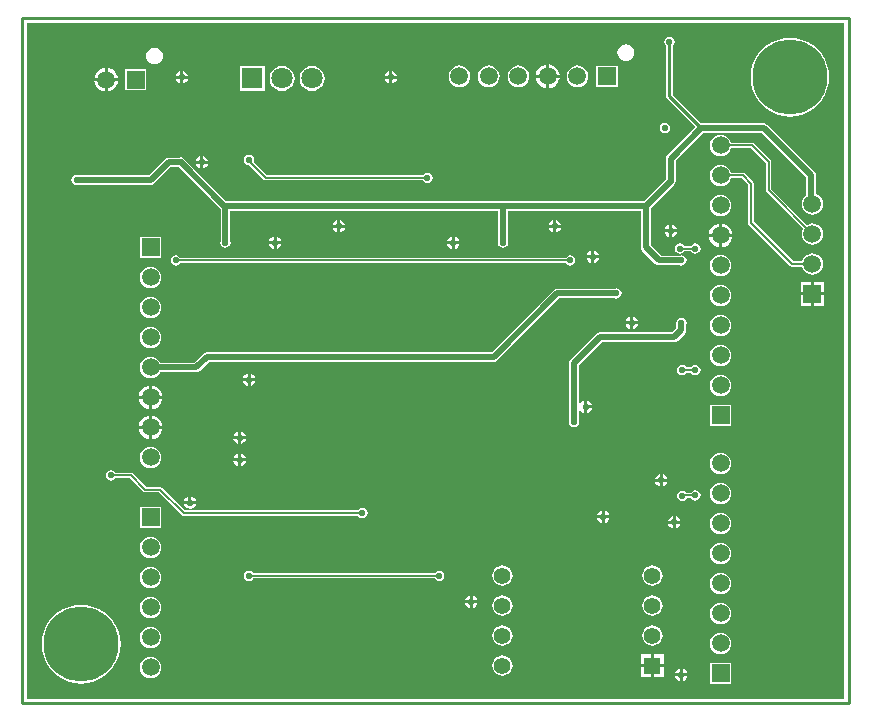
<source format=gbl>
G04*
G04 #@! TF.GenerationSoftware,Altium Limited,Altium Designer,20.1.14 (287)*
G04*
G04 Layer_Physical_Order=2*
G04 Layer_Color=16711680*
%FSLAX25Y25*%
%MOIN*%
G70*
G04*
G04 #@! TF.SameCoordinates,F17826E9-34F6-497C-9B9F-35048D5DD880*
G04*
G04*
G04 #@! TF.FilePolarity,Positive*
G04*
G01*
G75*
%ADD12C,0.01000*%
%ADD16C,0.00600*%
%ADD44C,0.05906*%
%ADD45C,0.01968*%
%ADD46R,0.05906X0.05906*%
%ADD47C,0.07087*%
%ADD48R,0.07087X0.07087*%
%ADD49C,0.25000*%
%ADD50R,0.05512X0.05512*%
%ADD51C,0.05512*%
%ADD52C,0.02200*%
G36*
X274061Y1529D02*
X1529D01*
Y226817D01*
X274061D01*
X274061Y1529D01*
D02*
G37*
%LPC*%
G36*
X201181Y219678D02*
X200459Y219583D01*
X199786Y219305D01*
X199209Y218861D01*
X198766Y218284D01*
X198487Y217611D01*
X198392Y216889D01*
X198487Y216167D01*
X198766Y215494D01*
X199209Y214917D01*
X199786Y214474D01*
X200459Y214195D01*
X201181Y214100D01*
X201903Y214195D01*
X202576Y214474D01*
X203153Y214917D01*
X203597Y215494D01*
X203875Y216167D01*
X203970Y216889D01*
X203875Y217611D01*
X203597Y218284D01*
X203153Y218861D01*
X202576Y219305D01*
X201903Y219583D01*
X201181Y219678D01*
D02*
G37*
G36*
X44094Y218537D02*
X43373Y218442D01*
X42700Y218164D01*
X42122Y217720D01*
X41679Y217143D01*
X41400Y216470D01*
X41305Y215748D01*
X41400Y215026D01*
X41679Y214353D01*
X42122Y213776D01*
X42700Y213333D01*
X43373Y213054D01*
X44094Y212959D01*
X44816Y213054D01*
X45489Y213333D01*
X46067Y213776D01*
X46510Y214353D01*
X46789Y215026D01*
X46884Y215748D01*
X46789Y216470D01*
X46510Y217143D01*
X46067Y217720D01*
X45489Y218164D01*
X44816Y218442D01*
X44094Y218537D01*
D02*
G37*
G36*
X175697Y212936D02*
Y209515D01*
X179118D01*
X179048Y210047D01*
X178650Y211008D01*
X178016Y211834D01*
X177190Y212468D01*
X176229Y212866D01*
X175697Y212936D01*
D02*
G37*
G36*
X174697D02*
X174165Y212866D01*
X173203Y212468D01*
X172378Y211834D01*
X171744Y211008D01*
X171346Y210047D01*
X171276Y209515D01*
X174697D01*
Y212936D01*
D02*
G37*
G36*
X53651Y210703D02*
Y209161D01*
X55192D01*
X55129Y209481D01*
X54665Y210175D01*
X53970Y210640D01*
X53651Y210703D01*
D02*
G37*
G36*
X52651D02*
X52331Y210640D01*
X51637Y210175D01*
X51172Y209481D01*
X51109Y209161D01*
X52651D01*
Y210703D01*
D02*
G37*
G36*
X123333Y210703D02*
Y209161D01*
X124875D01*
X124811Y209481D01*
X124347Y210175D01*
X123653Y210639D01*
X123333Y210703D01*
D02*
G37*
G36*
X122333D02*
X122014Y210639D01*
X121319Y210175D01*
X120855Y209481D01*
X120792Y209161D01*
X122333D01*
Y210703D01*
D02*
G37*
G36*
X28453Y211795D02*
Y208374D01*
X31874D01*
X31804Y208906D01*
X31405Y209868D01*
X30772Y210693D01*
X29946Y211327D01*
X28985Y211725D01*
X28453Y211795D01*
D02*
G37*
G36*
X27453D02*
X26921Y211725D01*
X25959Y211327D01*
X25134Y210693D01*
X24500Y209868D01*
X24102Y208906D01*
X24032Y208374D01*
X27453D01*
Y211795D01*
D02*
G37*
G36*
X55192Y208161D02*
X53651D01*
Y206620D01*
X53970Y206683D01*
X54665Y207147D01*
X55129Y207842D01*
X55192Y208161D01*
D02*
G37*
G36*
X52651D02*
X51109D01*
X51172Y207842D01*
X51637Y207147D01*
X52331Y206683D01*
X52651Y206620D01*
Y208161D01*
D02*
G37*
G36*
X124875Y208161D02*
X123333D01*
Y206619D01*
X123653Y206683D01*
X124347Y207147D01*
X124811Y207842D01*
X124875Y208161D01*
D02*
G37*
G36*
X122333D02*
X120792D01*
X120855Y207842D01*
X121319Y207147D01*
X122014Y206683D01*
X122333Y206619D01*
Y208161D01*
D02*
G37*
G36*
X198435Y212568D02*
X191329D01*
Y205462D01*
X198435D01*
Y212568D01*
D02*
G37*
G36*
X185039Y212598D02*
X184112Y212476D01*
X183248Y212118D01*
X182506Y211549D01*
X181936Y210807D01*
X181578Y209943D01*
X181456Y209015D01*
X181578Y208088D01*
X181936Y207223D01*
X182506Y206481D01*
X183248Y205912D01*
X184112Y205554D01*
X185039Y205432D01*
X185967Y205554D01*
X186831Y205912D01*
X187573Y206481D01*
X188143Y207223D01*
X188501Y208088D01*
X188623Y209015D01*
X188501Y209943D01*
X188143Y210807D01*
X187573Y211549D01*
X186831Y212118D01*
X185967Y212476D01*
X185039Y212598D01*
D02*
G37*
G36*
X165354D02*
X164427Y212476D01*
X163563Y212118D01*
X162820Y211549D01*
X162251Y210807D01*
X161893Y209943D01*
X161771Y209015D01*
X161893Y208088D01*
X162251Y207223D01*
X162820Y206481D01*
X163563Y205912D01*
X164427Y205554D01*
X165354Y205432D01*
X166282Y205554D01*
X167146Y205912D01*
X167888Y206481D01*
X168458Y207223D01*
X168816Y208088D01*
X168938Y209015D01*
X168816Y209943D01*
X168458Y210807D01*
X167888Y211549D01*
X167146Y212118D01*
X166282Y212476D01*
X165354Y212598D01*
D02*
G37*
G36*
X155512D02*
X154584Y212476D01*
X153720Y212118D01*
X152978Y211549D01*
X152409Y210807D01*
X152050Y209943D01*
X151928Y209015D01*
X152050Y208088D01*
X152409Y207223D01*
X152978Y206481D01*
X153720Y205912D01*
X154584Y205554D01*
X155512Y205432D01*
X156439Y205554D01*
X157304Y205912D01*
X158046Y206481D01*
X158615Y207223D01*
X158973Y208088D01*
X159095Y209015D01*
X158973Y209943D01*
X158615Y210807D01*
X158046Y211549D01*
X157304Y212118D01*
X156439Y212476D01*
X155512Y212598D01*
D02*
G37*
G36*
X145669D02*
X144742Y212476D01*
X143878Y212118D01*
X143135Y211549D01*
X142566Y210807D01*
X142208Y209943D01*
X142086Y209015D01*
X142208Y208088D01*
X142566Y207223D01*
X143135Y206481D01*
X143878Y205912D01*
X144742Y205554D01*
X145669Y205432D01*
X146597Y205554D01*
X147461Y205912D01*
X148203Y206481D01*
X148773Y207223D01*
X149131Y208088D01*
X149253Y209015D01*
X149131Y209943D01*
X148773Y210807D01*
X148203Y211549D01*
X147461Y212118D01*
X146597Y212476D01*
X145669Y212598D01*
D02*
G37*
G36*
X174697Y208515D02*
X171276D01*
X171346Y207983D01*
X171744Y207022D01*
X172378Y206196D01*
X173203Y205562D01*
X174165Y205164D01*
X174697Y205094D01*
Y208515D01*
D02*
G37*
G36*
X179118D02*
X175697D01*
Y205094D01*
X176229Y205164D01*
X177190Y205562D01*
X178016Y206196D01*
X178650Y207022D01*
X179048Y207983D01*
X179118Y208515D01*
D02*
G37*
G36*
X41348Y211427D02*
X34242D01*
Y204321D01*
X41348D01*
Y211427D01*
D02*
G37*
G36*
X80757Y212411D02*
X72471D01*
Y204124D01*
X80757D01*
Y212411D01*
D02*
G37*
G36*
X96614Y212447D02*
X95533Y212304D01*
X94525Y211887D01*
X93659Y211223D01*
X92995Y210357D01*
X92577Y209349D01*
X92435Y208268D01*
X92577Y207186D01*
X92995Y206178D01*
X93659Y205313D01*
X94525Y204649D01*
X95533Y204231D01*
X96614Y204089D01*
X97696Y204231D01*
X98704Y204649D01*
X99569Y205313D01*
X100233Y206178D01*
X100651Y207186D01*
X100793Y208268D01*
X100651Y209349D01*
X100233Y210357D01*
X99569Y211223D01*
X98704Y211887D01*
X97696Y212304D01*
X96614Y212447D01*
D02*
G37*
G36*
X86614D02*
X85533Y212304D01*
X84525Y211887D01*
X83659Y211223D01*
X82995Y210357D01*
X82578Y209349D01*
X82435Y208268D01*
X82578Y207186D01*
X82995Y206178D01*
X83659Y205313D01*
X84525Y204649D01*
X85533Y204231D01*
X86614Y204089D01*
X87696Y204231D01*
X88704Y204649D01*
X89569Y205313D01*
X90233Y206178D01*
X90651Y207186D01*
X90793Y208268D01*
X90651Y209349D01*
X90233Y210357D01*
X89569Y211223D01*
X88704Y211887D01*
X87696Y212304D01*
X86614Y212447D01*
D02*
G37*
G36*
X31874Y207374D02*
X28453D01*
Y203953D01*
X28985Y204023D01*
X29946Y204421D01*
X30772Y205055D01*
X31405Y205881D01*
X31804Y206842D01*
X31874Y207374D01*
D02*
G37*
G36*
X27453D02*
X24032D01*
X24102Y206842D01*
X24500Y205881D01*
X25134Y205055D01*
X25959Y204421D01*
X26921Y204023D01*
X27453Y203953D01*
Y207374D01*
D02*
G37*
G36*
X255906Y221802D02*
X253850Y221640D01*
X251845Y221159D01*
X249940Y220370D01*
X248182Y219292D01*
X246614Y217953D01*
X245275Y216385D01*
X244197Y214627D01*
X243408Y212722D01*
X242927Y210717D01*
X242765Y208661D01*
X242927Y206606D01*
X243408Y204601D01*
X244197Y202696D01*
X245275Y200938D01*
X246614Y199370D01*
X248182Y198030D01*
X249940Y196953D01*
X251845Y196164D01*
X253850Y195683D01*
X255906Y195521D01*
X257961Y195683D01*
X259966Y196164D01*
X261871Y196953D01*
X263629Y198030D01*
X265197Y199370D01*
X266536Y200938D01*
X267614Y202696D01*
X268403Y204601D01*
X268884Y206606D01*
X269046Y208661D01*
X268884Y210717D01*
X268403Y212722D01*
X267614Y214627D01*
X266536Y216385D01*
X265197Y217953D01*
X263629Y219292D01*
X261871Y220370D01*
X259966Y221159D01*
X257961Y221640D01*
X255906Y221802D01*
D02*
G37*
G36*
X214173Y193466D02*
X213510Y193334D01*
X212947Y192958D01*
X212572Y192396D01*
X212440Y191733D01*
X212572Y191069D01*
X212947Y190507D01*
X213510Y190131D01*
X214173Y189999D01*
X214836Y190131D01*
X215399Y190507D01*
X215774Y191069D01*
X215906Y191733D01*
X215774Y192396D01*
X215399Y192958D01*
X214836Y193334D01*
X214173Y193466D01*
D02*
G37*
G36*
X60343Y182356D02*
Y180814D01*
X61884D01*
X61821Y181133D01*
X61357Y181828D01*
X60662Y182292D01*
X60343Y182356D01*
D02*
G37*
G36*
X59342D02*
X59023Y182292D01*
X58328Y181828D01*
X57864Y181133D01*
X57801Y180814D01*
X59342D01*
Y182356D01*
D02*
G37*
G36*
X61884Y179814D02*
X60343D01*
Y178272D01*
X60662Y178336D01*
X61357Y178800D01*
X61821Y179495D01*
X61884Y179814D01*
D02*
G37*
G36*
X59342D02*
X57801D01*
X57864Y179495D01*
X58328Y178800D01*
X59023Y178336D01*
X59342Y178272D01*
Y179814D01*
D02*
G37*
G36*
X75590Y182836D02*
X74927Y182704D01*
X74365Y182328D01*
X73989Y181766D01*
X73857Y181102D01*
X73989Y180439D01*
X74365Y179877D01*
X74927Y179501D01*
X75590Y179369D01*
X75625Y179376D01*
X80454Y174547D01*
X80752Y174348D01*
X81103Y174279D01*
X133607D01*
X133813Y173971D01*
X134375Y173595D01*
X135039Y173463D01*
X135702Y173595D01*
X136264Y173971D01*
X136640Y174533D01*
X136772Y175196D01*
X136640Y175859D01*
X136264Y176422D01*
X135702Y176798D01*
X135039Y176929D01*
X134375Y176798D01*
X133813Y176422D01*
X133607Y176114D01*
X81483D01*
X77178Y180419D01*
X77192Y180439D01*
X77324Y181102D01*
X77192Y181766D01*
X76816Y182328D01*
X76254Y182704D01*
X75590Y182836D01*
D02*
G37*
G36*
X215748Y222206D02*
X215085Y222074D01*
X214522Y221698D01*
X214147Y221136D01*
X214015Y220472D01*
X214147Y219809D01*
X214522Y219247D01*
X214627Y219177D01*
Y202362D01*
X214627Y202362D01*
X214712Y201933D01*
X214955Y201569D01*
X224443Y192081D01*
X214999Y182638D01*
X214649Y182114D01*
X214526Y181496D01*
Y174684D01*
X207205Y167363D01*
X129727D01*
X129134Y167481D01*
X128541Y167363D01*
X67991D01*
X54317Y181037D01*
X53981Y181540D01*
X53419Y181916D01*
X52755Y182048D01*
X52092Y181916D01*
X52047Y181885D01*
X48774D01*
X48156Y181762D01*
X47632Y181412D01*
X42244Y176025D01*
X18703D01*
X18110Y176143D01*
X17447Y176011D01*
X16885Y175635D01*
X16509Y175073D01*
X16377Y174409D01*
X16509Y173746D01*
X16885Y173184D01*
X17447Y172808D01*
X18110Y172676D01*
X18703Y172794D01*
X42913D01*
X43532Y172917D01*
X44056Y173267D01*
X49443Y178655D01*
X52131D01*
X66102Y164683D01*
Y154136D01*
X65984Y153543D01*
X66116Y152879D01*
X66492Y152317D01*
X67054Y151941D01*
X67717Y151809D01*
X68380Y151941D01*
X68943Y152317D01*
X69318Y152879D01*
X69450Y153543D01*
X69332Y154136D01*
Y164133D01*
X128541D01*
X129134Y164015D01*
X129727Y164133D01*
X158620D01*
Y154137D01*
X158502Y153544D01*
X158634Y152880D01*
X159010Y152318D01*
X159572Y151942D01*
X160236Y151810D01*
X160899Y151942D01*
X161461Y152318D01*
X161837Y152880D01*
X161969Y153544D01*
X161851Y154137D01*
Y164133D01*
X206259D01*
Y151968D01*
X206382Y151350D01*
X206732Y150826D01*
X211063Y146496D01*
X211587Y146145D01*
X212205Y146022D01*
X219092D01*
X219685Y145905D01*
X220348Y146036D01*
X220911Y146412D01*
X221286Y146975D01*
X221418Y147638D01*
X221286Y148301D01*
X220911Y148863D01*
X220348Y149239D01*
X219685Y149371D01*
X219092Y149253D01*
X212874D01*
X209490Y152637D01*
Y165079D01*
X216864Y172453D01*
X217367Y172790D01*
X217743Y173352D01*
X217875Y174015D01*
X217757Y174608D01*
Y180827D01*
X227047Y190117D01*
X246575D01*
X261377Y175315D01*
Y169393D01*
X260852Y168991D01*
X260282Y168248D01*
X259925Y167384D01*
X259802Y166457D01*
X259925Y165529D01*
X260282Y164665D01*
X260852Y163923D01*
X261594Y163353D01*
X262458Y162995D01*
X263386Y162873D01*
X264313Y162995D01*
X265177Y163353D01*
X265920Y163923D01*
X266489Y164665D01*
X266847Y165529D01*
X266969Y166457D01*
X266847Y167384D01*
X266489Y168248D01*
X265920Y168991D01*
X265177Y169560D01*
X264607Y169796D01*
Y175984D01*
X264485Y176602D01*
X264134Y177126D01*
X248386Y192875D01*
X247862Y193225D01*
X247244Y193348D01*
X226378D01*
X226354Y193343D01*
X216870Y202827D01*
Y219177D01*
X216974Y219247D01*
X217349Y219809D01*
X217481Y220472D01*
X217349Y221136D01*
X216974Y221698D01*
X216411Y222074D01*
X215748Y222206D01*
D02*
G37*
G36*
X232795Y169568D02*
X231868Y169446D01*
X231004Y169088D01*
X230261Y168518D01*
X229692Y167776D01*
X229334Y166912D01*
X229212Y165984D01*
X229334Y165057D01*
X229692Y164193D01*
X230261Y163450D01*
X231004Y162881D01*
X231868Y162523D01*
X232795Y162401D01*
X233723Y162523D01*
X234587Y162881D01*
X235329Y163450D01*
X235899Y164193D01*
X236257Y165057D01*
X236379Y165984D01*
X236257Y166912D01*
X235899Y167776D01*
X235329Y168518D01*
X234587Y169088D01*
X233723Y169446D01*
X232795Y169568D01*
D02*
G37*
G36*
X106011Y161098D02*
Y159556D01*
X107553D01*
X107490Y159876D01*
X107026Y160570D01*
X106331Y161035D01*
X106011Y161098D01*
D02*
G37*
G36*
X105011D02*
X104692Y161035D01*
X103998Y160570D01*
X103533Y159876D01*
X103470Y159556D01*
X105011D01*
Y161098D01*
D02*
G37*
G36*
X178059Y161098D02*
Y159556D01*
X179600D01*
X179537Y159876D01*
X179073Y160570D01*
X178378Y161035D01*
X178059Y161098D01*
D02*
G37*
G36*
X177059D02*
X176739Y161035D01*
X176045Y160570D01*
X175581Y159876D01*
X175517Y159556D01*
X177059D01*
Y161098D01*
D02*
G37*
G36*
X216642Y159523D02*
Y157981D01*
X218183D01*
X218120Y158301D01*
X217656Y158995D01*
X216961Y159459D01*
X216642Y159523D01*
D02*
G37*
G36*
X215642D02*
X215322Y159459D01*
X214628Y158995D01*
X214164Y158301D01*
X214100Y157981D01*
X215642D01*
Y159523D01*
D02*
G37*
G36*
X107553Y158556D02*
X106011D01*
Y157015D01*
X106331Y157078D01*
X107026Y157542D01*
X107490Y158237D01*
X107553Y158556D01*
D02*
G37*
G36*
X105011D02*
X103470D01*
X103533Y158237D01*
X103998Y157542D01*
X104692Y157078D01*
X105011Y157015D01*
Y158556D01*
D02*
G37*
G36*
X179600Y158556D02*
X178059D01*
Y157015D01*
X178378Y157078D01*
X179073Y157542D01*
X179537Y158237D01*
X179600Y158556D01*
D02*
G37*
G36*
X177059D02*
X175517D01*
X175581Y158237D01*
X176045Y157542D01*
X176739Y157078D01*
X177059Y157015D01*
Y158556D01*
D02*
G37*
G36*
X233295Y159905D02*
Y156484D01*
X236716D01*
X236646Y157016D01*
X236248Y157978D01*
X235614Y158803D01*
X234789Y159437D01*
X233827Y159835D01*
X233295Y159905D01*
D02*
G37*
G36*
X232295D02*
X231763Y159835D01*
X230802Y159437D01*
X229976Y158803D01*
X229343Y157978D01*
X228944Y157016D01*
X228874Y156484D01*
X232295D01*
Y159905D01*
D02*
G37*
G36*
X218183Y156981D02*
X216642D01*
Y155440D01*
X216961Y155503D01*
X217656Y155967D01*
X218120Y156662D01*
X218183Y156981D01*
D02*
G37*
G36*
X215642D02*
X214100D01*
X214164Y156662D01*
X214628Y155967D01*
X215322Y155503D01*
X215642Y155440D01*
Y156981D01*
D02*
G37*
G36*
X144202Y155585D02*
Y154043D01*
X145744D01*
X145680Y154363D01*
X145216Y155057D01*
X144521Y155522D01*
X144202Y155585D01*
D02*
G37*
G36*
X143202D02*
X142882Y155522D01*
X142188Y155057D01*
X141724Y154363D01*
X141660Y154043D01*
X143202D01*
Y155585D01*
D02*
G37*
G36*
X84751Y155585D02*
Y154043D01*
X86292D01*
X86229Y154362D01*
X85765Y155057D01*
X85070Y155521D01*
X84751Y155585D01*
D02*
G37*
G36*
X83751D02*
X83431Y155521D01*
X82737Y155057D01*
X82272Y154362D01*
X82209Y154043D01*
X83751D01*
Y155585D01*
D02*
G37*
G36*
X232795Y189568D02*
X231868Y189446D01*
X231004Y189088D01*
X230261Y188518D01*
X229692Y187776D01*
X229334Y186912D01*
X229212Y185984D01*
X229334Y185057D01*
X229692Y184193D01*
X230261Y183450D01*
X231004Y182881D01*
X231868Y182523D01*
X232795Y182401D01*
X233723Y182523D01*
X234587Y182881D01*
X235329Y183450D01*
X235899Y184193D01*
X236257Y185057D01*
X236258Y185067D01*
X242770D01*
X247901Y179935D01*
Y171024D01*
X247971Y170673D01*
X248170Y170375D01*
X260289Y158256D01*
X260282Y158248D01*
X259925Y157384D01*
X259802Y156457D01*
X259925Y155529D01*
X260282Y154665D01*
X260852Y153923D01*
X261594Y153353D01*
X262458Y152995D01*
X263386Y152873D01*
X264313Y152995D01*
X265177Y153353D01*
X265920Y153923D01*
X266489Y154665D01*
X266847Y155529D01*
X266969Y156457D01*
X266847Y157384D01*
X266489Y158248D01*
X265920Y158991D01*
X265177Y159560D01*
X264313Y159918D01*
X263386Y160040D01*
X262458Y159918D01*
X261594Y159560D01*
X261586Y159554D01*
X249736Y171404D01*
Y180315D01*
X249667Y180666D01*
X249468Y180964D01*
X243798Y186633D01*
X243501Y186832D01*
X243150Y186902D01*
X236258D01*
X236257Y186912D01*
X235899Y187776D01*
X235329Y188518D01*
X234587Y189088D01*
X233723Y189446D01*
X232795Y189568D01*
D02*
G37*
G36*
X224410Y153308D02*
X223746Y153176D01*
X223184Y152800D01*
X222978Y152492D01*
X220723D01*
X220517Y152800D01*
X219955Y153176D01*
X219291Y153308D01*
X218628Y153176D01*
X218066Y152800D01*
X217690Y152238D01*
X217558Y151575D01*
X217690Y150911D01*
X218066Y150349D01*
X218628Y149973D01*
X219291Y149841D01*
X219955Y149973D01*
X220517Y150349D01*
X220723Y150657D01*
X222978D01*
X223184Y150349D01*
X223746Y149973D01*
X224410Y149841D01*
X225073Y149973D01*
X225635Y150349D01*
X226011Y150911D01*
X226143Y151575D01*
X226011Y152238D01*
X225635Y152800D01*
X225073Y153176D01*
X224410Y153308D01*
D02*
G37*
G36*
X232295Y155484D02*
X228874D01*
X228944Y154952D01*
X229343Y153991D01*
X229976Y153165D01*
X230802Y152532D01*
X231763Y152133D01*
X232295Y152063D01*
Y155484D01*
D02*
G37*
G36*
X236716D02*
X233295D01*
Y152063D01*
X233827Y152133D01*
X234789Y152532D01*
X235614Y153165D01*
X236248Y153991D01*
X236646Y154952D01*
X236716Y155484D01*
D02*
G37*
G36*
X145744Y153043D02*
X144202D01*
Y151502D01*
X144521Y151565D01*
X145216Y152029D01*
X145680Y152724D01*
X145744Y153043D01*
D02*
G37*
G36*
X143202D02*
X141660D01*
X141724Y152724D01*
X142188Y152029D01*
X142882Y151565D01*
X143202Y151502D01*
Y153043D01*
D02*
G37*
G36*
X86292Y153043D02*
X84751D01*
Y151501D01*
X85070Y151565D01*
X85765Y152029D01*
X86229Y152724D01*
X86292Y153043D01*
D02*
G37*
G36*
X83751D02*
X82209D01*
X82272Y152724D01*
X82737Y152029D01*
X83431Y151565D01*
X83751Y151501D01*
Y153043D01*
D02*
G37*
G36*
X190657Y150861D02*
Y149319D01*
X192199D01*
X192136Y149638D01*
X191672Y150333D01*
X190977Y150797D01*
X190657Y150861D01*
D02*
G37*
G36*
X189657D02*
X189338Y150797D01*
X188644Y150333D01*
X188179Y149638D01*
X188116Y149319D01*
X189657D01*
Y150861D01*
D02*
G37*
G36*
X182677Y149371D02*
X182014Y149239D01*
X181451Y148863D01*
X181246Y148555D01*
X52613D01*
X52407Y148863D01*
X51844Y149239D01*
X51181Y149371D01*
X50518Y149239D01*
X49955Y148863D01*
X49580Y148301D01*
X49448Y147638D01*
X49580Y146975D01*
X49955Y146412D01*
X50518Y146036D01*
X51181Y145905D01*
X51844Y146036D01*
X52407Y146412D01*
X52613Y146720D01*
X181246D01*
X181451Y146412D01*
X182014Y146036D01*
X182677Y145905D01*
X183341Y146036D01*
X183903Y146412D01*
X184279Y146975D01*
X184411Y147638D01*
X184279Y148301D01*
X183903Y148863D01*
X183341Y149239D01*
X182677Y149371D01*
D02*
G37*
G36*
X46348Y155521D02*
X39243D01*
Y148416D01*
X46348D01*
Y155521D01*
D02*
G37*
G36*
X192199Y148319D02*
X190657D01*
Y146777D01*
X190977Y146841D01*
X191672Y147305D01*
X192136Y148000D01*
X192199Y148319D01*
D02*
G37*
G36*
X189657D02*
X188116D01*
X188179Y148000D01*
X188644Y147305D01*
X189338Y146841D01*
X189657Y146777D01*
Y148319D01*
D02*
G37*
G36*
X232795Y179568D02*
X231868Y179446D01*
X231004Y179088D01*
X230261Y178518D01*
X229692Y177776D01*
X229334Y176912D01*
X229212Y175984D01*
X229334Y175057D01*
X229692Y174193D01*
X230261Y173450D01*
X231004Y172881D01*
X231868Y172523D01*
X232795Y172401D01*
X233723Y172523D01*
X234587Y172881D01*
X235329Y173450D01*
X235899Y174193D01*
X236257Y175057D01*
X236258Y175067D01*
X239777D01*
X241996Y172848D01*
Y160236D01*
X242066Y159885D01*
X242265Y159587D01*
X256044Y145808D01*
X256342Y145609D01*
X256693Y145539D01*
X259923D01*
X259925Y145529D01*
X260282Y144665D01*
X260852Y143923D01*
X261594Y143353D01*
X262458Y142995D01*
X263386Y142873D01*
X264313Y142995D01*
X265177Y143353D01*
X265920Y143923D01*
X266489Y144665D01*
X266847Y145529D01*
X266969Y146457D01*
X266847Y147384D01*
X266489Y148248D01*
X265920Y148990D01*
X265177Y149560D01*
X264313Y149918D01*
X263386Y150040D01*
X262458Y149918D01*
X261594Y149560D01*
X260852Y148990D01*
X260282Y148248D01*
X259925Y147384D01*
X259923Y147374D01*
X257073D01*
X243831Y160616D01*
Y173228D01*
X243761Y173580D01*
X243562Y173877D01*
X240806Y176633D01*
X240509Y176832D01*
X240158Y176902D01*
X236258D01*
X236257Y176912D01*
X235899Y177776D01*
X235329Y178518D01*
X234587Y179088D01*
X233723Y179446D01*
X232795Y179568D01*
D02*
G37*
G36*
Y149568D02*
X231868Y149446D01*
X231004Y149088D01*
X230261Y148518D01*
X229692Y147776D01*
X229334Y146912D01*
X229212Y145984D01*
X229334Y145057D01*
X229692Y144193D01*
X230261Y143450D01*
X231004Y142881D01*
X231868Y142523D01*
X232795Y142401D01*
X233723Y142523D01*
X234587Y142881D01*
X235329Y143450D01*
X235899Y144193D01*
X236257Y145057D01*
X236379Y145984D01*
X236257Y146912D01*
X235899Y147776D01*
X235329Y148518D01*
X234587Y149088D01*
X233723Y149446D01*
X232795Y149568D01*
D02*
G37*
G36*
X42795Y145552D02*
X41868Y145430D01*
X41004Y145072D01*
X40261Y144502D01*
X39692Y143760D01*
X39334Y142896D01*
X39212Y141969D01*
X39334Y141041D01*
X39692Y140177D01*
X40261Y139435D01*
X41004Y138865D01*
X41868Y138507D01*
X42795Y138385D01*
X43723Y138507D01*
X44587Y138865D01*
X45329Y139435D01*
X45899Y140177D01*
X46257Y141041D01*
X46379Y141969D01*
X46257Y142896D01*
X45899Y143760D01*
X45329Y144502D01*
X44587Y145072D01*
X43723Y145430D01*
X42795Y145552D01*
D02*
G37*
G36*
X267339Y140409D02*
X263886D01*
Y136957D01*
X267339D01*
Y140409D01*
D02*
G37*
G36*
X262886D02*
X259433D01*
Y136957D01*
X262886D01*
Y140409D01*
D02*
G37*
G36*
X198031Y138347D02*
X197438Y138230D01*
X178347D01*
X177728Y138107D01*
X177204Y137756D01*
X156418Y116970D01*
X149806D01*
X149213Y117088D01*
X148619Y116970D01*
X61417D01*
X60799Y116847D01*
X60275Y116497D01*
X57362Y113584D01*
X45972D01*
X45899Y113760D01*
X45329Y114502D01*
X44587Y115072D01*
X43723Y115430D01*
X42795Y115552D01*
X41868Y115430D01*
X41004Y115072D01*
X40261Y114502D01*
X39692Y113760D01*
X39334Y112896D01*
X39212Y111969D01*
X39334Y111041D01*
X39692Y110177D01*
X40261Y109435D01*
X41004Y108865D01*
X41868Y108507D01*
X42795Y108385D01*
X43723Y108507D01*
X44587Y108865D01*
X45329Y109435D01*
X45899Y110177D01*
X45972Y110353D01*
X58031D01*
X58650Y110476D01*
X59174Y110826D01*
X62086Y113739D01*
X148619D01*
X149213Y113621D01*
X149806Y113739D01*
X157087D01*
X157705Y113862D01*
X158229Y114212D01*
X179016Y134999D01*
X197438D01*
X198031Y134881D01*
X198695Y135013D01*
X199257Y135389D01*
X199633Y135951D01*
X199765Y136614D01*
X199633Y137277D01*
X199257Y137840D01*
X198695Y138215D01*
X198031Y138347D01*
D02*
G37*
G36*
X267339Y135957D02*
X263886D01*
Y132504D01*
X267339D01*
Y135957D01*
D02*
G37*
G36*
X262886D02*
X259433D01*
Y132504D01*
X262886D01*
Y135957D01*
D02*
G37*
G36*
X232795Y139568D02*
X231868Y139446D01*
X231004Y139088D01*
X230261Y138518D01*
X229692Y137776D01*
X229334Y136912D01*
X229212Y135984D01*
X229334Y135057D01*
X229692Y134193D01*
X230261Y133450D01*
X231004Y132881D01*
X231868Y132523D01*
X232795Y132401D01*
X233723Y132523D01*
X234587Y132881D01*
X235329Y133450D01*
X235899Y134193D01*
X236257Y135057D01*
X236379Y135984D01*
X236257Y136912D01*
X235899Y137776D01*
X235329Y138518D01*
X234587Y139088D01*
X233723Y139446D01*
X232795Y139568D01*
D02*
G37*
G36*
X42795Y135552D02*
X41868Y135430D01*
X41004Y135072D01*
X40261Y134502D01*
X39692Y133760D01*
X39334Y132896D01*
X39212Y131968D01*
X39334Y131041D01*
X39692Y130177D01*
X40261Y129435D01*
X41004Y128865D01*
X41868Y128507D01*
X42795Y128385D01*
X43723Y128507D01*
X44587Y128865D01*
X45329Y129435D01*
X45899Y130177D01*
X46257Y131041D01*
X46379Y131968D01*
X46257Y132896D01*
X45899Y133760D01*
X45329Y134502D01*
X44587Y135072D01*
X43723Y135430D01*
X42795Y135552D01*
D02*
G37*
G36*
X203651Y128813D02*
Y127272D01*
X205192D01*
X205129Y127591D01*
X204665Y128286D01*
X203970Y128750D01*
X203651Y128813D01*
D02*
G37*
G36*
X202651D02*
X202331Y128750D01*
X201637Y128286D01*
X201172Y127591D01*
X201109Y127272D01*
X202651D01*
Y128813D01*
D02*
G37*
G36*
X205192Y126272D02*
X203651D01*
Y124730D01*
X203970Y124794D01*
X204665Y125258D01*
X205129Y125952D01*
X205192Y126272D01*
D02*
G37*
G36*
X202651D02*
X201109D01*
X201172Y125952D01*
X201637Y125258D01*
X202331Y124794D01*
X202651Y124730D01*
Y126272D01*
D02*
G37*
G36*
X232795Y129568D02*
X231868Y129446D01*
X231004Y129088D01*
X230261Y128518D01*
X229692Y127776D01*
X229334Y126912D01*
X229212Y125984D01*
X229334Y125057D01*
X229692Y124193D01*
X230261Y123450D01*
X231004Y122881D01*
X231868Y122523D01*
X232795Y122401D01*
X233723Y122523D01*
X234587Y122881D01*
X235329Y123450D01*
X235899Y124193D01*
X236257Y125057D01*
X236379Y125984D01*
X236257Y126912D01*
X235899Y127776D01*
X235329Y128518D01*
X234587Y129088D01*
X233723Y129446D01*
X232795Y129568D01*
D02*
G37*
G36*
X42795Y125552D02*
X41868Y125430D01*
X41004Y125072D01*
X40261Y124502D01*
X39692Y123760D01*
X39334Y122896D01*
X39212Y121968D01*
X39334Y121041D01*
X39692Y120177D01*
X40261Y119435D01*
X41004Y118865D01*
X41868Y118507D01*
X42795Y118385D01*
X43723Y118507D01*
X44587Y118865D01*
X45329Y119435D01*
X45899Y120177D01*
X46257Y121041D01*
X46379Y121968D01*
X46257Y122896D01*
X45899Y123760D01*
X45329Y124502D01*
X44587Y125072D01*
X43723Y125430D01*
X42795Y125552D01*
D02*
G37*
G36*
X232795Y119568D02*
X231868Y119446D01*
X231004Y119088D01*
X230261Y118518D01*
X229692Y117776D01*
X229334Y116912D01*
X229212Y115984D01*
X229334Y115057D01*
X229692Y114193D01*
X230261Y113450D01*
X231004Y112881D01*
X231868Y112523D01*
X232795Y112401D01*
X233723Y112523D01*
X234587Y112881D01*
X235329Y113450D01*
X235899Y114193D01*
X236257Y115057D01*
X236379Y115984D01*
X236257Y116912D01*
X235899Y117776D01*
X235329Y118518D01*
X234587Y119088D01*
X233723Y119446D01*
X232795Y119568D01*
D02*
G37*
G36*
X219981Y112855D02*
X219317Y112723D01*
X218755Y112347D01*
X218379Y111785D01*
X218247Y111122D01*
X218379Y110458D01*
X218755Y109896D01*
X219317Y109520D01*
X219981Y109388D01*
X220644Y109520D01*
X221206Y109896D01*
X221379Y110155D01*
X222945D01*
X223184Y109798D01*
X223746Y109422D01*
X224410Y109290D01*
X225073Y109422D01*
X225635Y109798D01*
X226011Y110360D01*
X226143Y111024D01*
X226011Y111687D01*
X225635Y112249D01*
X225073Y112625D01*
X224410Y112757D01*
X223746Y112625D01*
X223184Y112249D01*
X223011Y111990D01*
X221445D01*
X221206Y112347D01*
X220644Y112723D01*
X219981Y112855D01*
D02*
G37*
G36*
X76091Y109916D02*
Y108374D01*
X77632D01*
X77569Y108693D01*
X77105Y109388D01*
X76410Y109852D01*
X76091Y109916D01*
D02*
G37*
G36*
X75090D02*
X74771Y109852D01*
X74076Y109388D01*
X73612Y108693D01*
X73549Y108374D01*
X75090D01*
Y109916D01*
D02*
G37*
G36*
X77632Y107374D02*
X76091D01*
Y105832D01*
X76410Y105896D01*
X77105Y106360D01*
X77569Y107055D01*
X77632Y107374D01*
D02*
G37*
G36*
X75090D02*
X73549D01*
X73612Y107055D01*
X74076Y106360D01*
X74771Y105896D01*
X75090Y105832D01*
Y107374D01*
D02*
G37*
G36*
X43295Y105889D02*
Y102469D01*
X46716D01*
X46646Y103000D01*
X46248Y103962D01*
X45614Y104788D01*
X44789Y105421D01*
X43827Y105819D01*
X43295Y105889D01*
D02*
G37*
G36*
X42295D02*
X41763Y105819D01*
X40802Y105421D01*
X39976Y104788D01*
X39343Y103962D01*
X38944Y103000D01*
X38874Y102469D01*
X42295D01*
Y105889D01*
D02*
G37*
G36*
X232795Y109568D02*
X231868Y109446D01*
X231004Y109088D01*
X230261Y108518D01*
X229692Y107776D01*
X229334Y106912D01*
X229212Y105984D01*
X229334Y105057D01*
X229692Y104193D01*
X230261Y103450D01*
X231004Y102881D01*
X231868Y102523D01*
X232795Y102401D01*
X233723Y102523D01*
X234587Y102881D01*
X235329Y103450D01*
X235899Y104193D01*
X236257Y105057D01*
X236379Y105984D01*
X236257Y106912D01*
X235899Y107776D01*
X235329Y108518D01*
X234587Y109088D01*
X233723Y109446D01*
X232795Y109568D01*
D02*
G37*
G36*
X188295Y100862D02*
Y99320D01*
X189837D01*
X189773Y99640D01*
X189309Y100334D01*
X188614Y100798D01*
X188295Y100862D01*
D02*
G37*
G36*
X46716Y101469D02*
X43295D01*
Y98048D01*
X43827Y98118D01*
X44789Y98516D01*
X45614Y99149D01*
X46248Y99975D01*
X46646Y100937D01*
X46716Y101469D01*
D02*
G37*
G36*
X42295D02*
X38874D01*
X38944Y100937D01*
X39343Y99975D01*
X39976Y99149D01*
X40802Y98516D01*
X41763Y98118D01*
X42295Y98048D01*
Y101469D01*
D02*
G37*
G36*
X189837Y98320D02*
X188295D01*
Y96779D01*
X188614Y96842D01*
X189309Y97306D01*
X189773Y98001D01*
X189837Y98320D01*
D02*
G37*
G36*
X219684Y128505D02*
X219021Y128373D01*
X218459Y127998D01*
X218083Y127435D01*
X217951Y126772D01*
X218025Y126401D01*
Y125034D01*
X216654Y123662D01*
X192520D01*
X191902Y123540D01*
X191377Y123189D01*
X182716Y114528D01*
X182366Y114004D01*
X182243Y113386D01*
Y94294D01*
X182125Y93701D01*
X182257Y93037D01*
X182633Y92475D01*
X183195Y92099D01*
X183858Y91967D01*
X184522Y92099D01*
X185084Y92475D01*
X185460Y93037D01*
X185592Y93701D01*
X185474Y94294D01*
Y97615D01*
X185974Y97766D01*
X186281Y97306D01*
X186976Y96842D01*
X187295Y96779D01*
Y98820D01*
Y100862D01*
X186976Y100798D01*
X186281Y100334D01*
X185974Y99874D01*
X185474Y100026D01*
Y112717D01*
X193189Y120432D01*
X217323D01*
X217941Y120555D01*
X218465Y120905D01*
X220782Y123222D01*
X221132Y123746D01*
X221255Y124364D01*
Y126063D01*
X221286Y126109D01*
X221418Y126772D01*
X221286Y127435D01*
X220910Y127998D01*
X220348Y128373D01*
X219684Y128505D01*
D02*
G37*
G36*
X43295Y95890D02*
Y92469D01*
X46716D01*
X46646Y93000D01*
X46248Y93962D01*
X45614Y94788D01*
X44789Y95421D01*
X43827Y95819D01*
X43295Y95890D01*
D02*
G37*
G36*
X42295D02*
X41763Y95819D01*
X40802Y95421D01*
X39976Y94788D01*
X39343Y93962D01*
X38944Y93000D01*
X38874Y92469D01*
X42295D01*
Y95890D01*
D02*
G37*
G36*
X236348Y99537D02*
X229242D01*
Y92431D01*
X236348D01*
Y99537D01*
D02*
G37*
G36*
X72940Y90624D02*
Y89082D01*
X74481D01*
X74418Y89402D01*
X73954Y90096D01*
X73259Y90561D01*
X72940Y90624D01*
D02*
G37*
G36*
X71940D02*
X71620Y90561D01*
X70926Y90096D01*
X70461Y89402D01*
X70398Y89082D01*
X71940D01*
Y90624D01*
D02*
G37*
G36*
X46716Y91469D02*
X43295D01*
Y88047D01*
X43827Y88117D01*
X44789Y88516D01*
X45614Y89149D01*
X46248Y89975D01*
X46646Y90937D01*
X46716Y91469D01*
D02*
G37*
G36*
X42295D02*
X38874D01*
X38944Y90937D01*
X39343Y89975D01*
X39976Y89149D01*
X40802Y88516D01*
X41763Y88117D01*
X42295Y88047D01*
Y91469D01*
D02*
G37*
G36*
X74481Y88082D02*
X72940D01*
Y86541D01*
X73259Y86604D01*
X73954Y87068D01*
X74418Y87763D01*
X74481Y88082D01*
D02*
G37*
G36*
X71940D02*
X70398D01*
X70461Y87763D01*
X70926Y87068D01*
X71620Y86604D01*
X71940Y86541D01*
Y88082D01*
D02*
G37*
G36*
X72940Y83144D02*
Y81602D01*
X74482D01*
X74418Y81922D01*
X73954Y82616D01*
X73259Y83081D01*
X72940Y83144D01*
D02*
G37*
G36*
X71940D02*
X71621Y83081D01*
X70926Y82616D01*
X70462Y81922D01*
X70398Y81602D01*
X71940D01*
Y83144D01*
D02*
G37*
G36*
X74482Y80602D02*
X72940D01*
Y79061D01*
X73259Y79124D01*
X73954Y79588D01*
X74418Y80283D01*
X74482Y80602D01*
D02*
G37*
G36*
X71940D02*
X70398D01*
X70462Y80283D01*
X70926Y79588D01*
X71621Y79124D01*
X71940Y79061D01*
Y80602D01*
D02*
G37*
G36*
X42795Y85552D02*
X41868Y85430D01*
X41004Y85072D01*
X40261Y84502D01*
X39692Y83760D01*
X39334Y82896D01*
X39212Y81968D01*
X39334Y81041D01*
X39692Y80177D01*
X40261Y79435D01*
X41004Y78865D01*
X41868Y78507D01*
X42795Y78385D01*
X43723Y78507D01*
X44587Y78865D01*
X45329Y79435D01*
X45899Y80177D01*
X46257Y81041D01*
X46379Y81968D01*
X46257Y82896D01*
X45899Y83760D01*
X45329Y84502D01*
X44587Y85072D01*
X43723Y85430D01*
X42795Y85552D01*
D02*
G37*
G36*
X232795Y83583D02*
X231868Y83461D01*
X231004Y83103D01*
X230261Y82534D01*
X229692Y81792D01*
X229334Y80927D01*
X229212Y80000D01*
X229334Y79073D01*
X229692Y78208D01*
X230261Y77466D01*
X231004Y76897D01*
X231868Y76539D01*
X232795Y76417D01*
X233723Y76539D01*
X234587Y76897D01*
X235329Y77466D01*
X235899Y78208D01*
X236257Y79073D01*
X236379Y80000D01*
X236257Y80927D01*
X235899Y81792D01*
X235329Y82534D01*
X234587Y83103D01*
X233723Y83461D01*
X232795Y83583D01*
D02*
G37*
G36*
X213492Y76451D02*
Y74910D01*
X215034D01*
X214970Y75229D01*
X214506Y75924D01*
X213811Y76388D01*
X213492Y76451D01*
D02*
G37*
G36*
X212492D02*
X212173Y76388D01*
X211478Y75924D01*
X211014Y75229D01*
X210950Y74910D01*
X212492D01*
Y76451D01*
D02*
G37*
G36*
X215034Y73909D02*
X213492D01*
Y72368D01*
X213811Y72431D01*
X214506Y72895D01*
X214970Y73590D01*
X215034Y73909D01*
D02*
G37*
G36*
X212492D02*
X210950D01*
X211014Y73590D01*
X211478Y72895D01*
X212173Y72431D01*
X212492Y72368D01*
Y73909D01*
D02*
G37*
G36*
X224410Y71025D02*
X223746Y70893D01*
X223184Y70517D01*
X222978Y70209D01*
X221346D01*
X221206Y70419D01*
X220644Y70794D01*
X219980Y70926D01*
X219317Y70794D01*
X218755Y70419D01*
X218379Y69856D01*
X218247Y69193D01*
X218379Y68530D01*
X218755Y67967D01*
X219317Y67592D01*
X219980Y67460D01*
X220644Y67592D01*
X221206Y67967D01*
X221478Y68374D01*
X222978D01*
X223184Y68066D01*
X223746Y67690D01*
X224410Y67558D01*
X225073Y67690D01*
X225635Y68066D01*
X226011Y68628D01*
X226143Y69291D01*
X226011Y69955D01*
X225635Y70517D01*
X225073Y70893D01*
X224410Y71025D01*
D02*
G37*
G36*
X56406Y68971D02*
Y67429D01*
X57948D01*
X57885Y67748D01*
X57420Y68443D01*
X56726Y68907D01*
X56406Y68971D01*
D02*
G37*
G36*
X55406D02*
X55087Y68907D01*
X54392Y68443D01*
X53928Y67748D01*
X53865Y67429D01*
X55406D01*
Y68971D01*
D02*
G37*
G36*
X232795Y73583D02*
X231868Y73461D01*
X231004Y73103D01*
X230261Y72534D01*
X229692Y71792D01*
X229334Y70927D01*
X229212Y70000D01*
X229334Y69073D01*
X229692Y68208D01*
X230261Y67466D01*
X231004Y66897D01*
X231868Y66539D01*
X232795Y66417D01*
X233723Y66539D01*
X234587Y66897D01*
X235329Y67466D01*
X235899Y68208D01*
X236257Y69073D01*
X236379Y70000D01*
X236257Y70927D01*
X235899Y71792D01*
X235329Y72534D01*
X234587Y73103D01*
X233723Y73461D01*
X232795Y73583D01*
D02*
G37*
G36*
X194201Y64247D02*
Y62706D01*
X195742D01*
X195679Y63025D01*
X195215Y63720D01*
X194520Y64184D01*
X194201Y64247D01*
D02*
G37*
G36*
X193201D02*
X192881Y64184D01*
X192187Y63720D01*
X191723Y63025D01*
X191659Y62706D01*
X193201D01*
Y64247D01*
D02*
G37*
G36*
X29528Y77718D02*
X28864Y77586D01*
X28302Y77210D01*
X27926Y76648D01*
X27794Y75984D01*
X27926Y75321D01*
X28302Y74759D01*
X28864Y74383D01*
X29528Y74251D01*
X30191Y74383D01*
X30753Y74759D01*
X30959Y75067D01*
X35840D01*
X40296Y70611D01*
X40594Y70412D01*
X40945Y70342D01*
X45683D01*
X53288Y62737D01*
X53586Y62538D01*
X53937Y62468D01*
X111954D01*
X112160Y62160D01*
X112723Y61784D01*
X113386Y61652D01*
X114049Y61784D01*
X114611Y62160D01*
X114987Y62722D01*
X115119Y63386D01*
X114987Y64049D01*
X114611Y64612D01*
X114049Y64987D01*
X113386Y65119D01*
X112723Y64987D01*
X112160Y64612D01*
X111954Y64303D01*
X56033D01*
X55984Y64803D01*
X56293Y64865D01*
X56726Y64951D01*
X57420Y65415D01*
X57885Y66110D01*
X57948Y66429D01*
X53865D01*
X53928Y66110D01*
X54392Y65415D01*
X55087Y64951D01*
X55829Y64803D01*
X55779Y64303D01*
X54317D01*
X46712Y71909D01*
X46414Y72108D01*
X46063Y72177D01*
X41325D01*
X36869Y76633D01*
X36572Y76832D01*
X36220Y76902D01*
X30959D01*
X30753Y77210D01*
X30191Y77586D01*
X29528Y77718D01*
D02*
G37*
G36*
X217823Y62376D02*
Y60834D01*
X219364D01*
X219301Y61154D01*
X218836Y61848D01*
X218142Y62313D01*
X217823Y62376D01*
D02*
G37*
G36*
X216823D02*
X216503Y62313D01*
X215809Y61848D01*
X215344Y61154D01*
X215281Y60834D01*
X216823D01*
Y62376D01*
D02*
G37*
G36*
X195742Y61706D02*
X194201D01*
Y60164D01*
X194520Y60228D01*
X195215Y60692D01*
X195679Y61386D01*
X195742Y61706D01*
D02*
G37*
G36*
X193201D02*
X191659D01*
X191723Y61386D01*
X192187Y60692D01*
X192881Y60228D01*
X193201Y60164D01*
Y61706D01*
D02*
G37*
G36*
X46348Y65521D02*
X39243D01*
Y58416D01*
X46348D01*
Y65521D01*
D02*
G37*
G36*
X219364Y59834D02*
X217823D01*
Y58293D01*
X218142Y58356D01*
X218836Y58820D01*
X219301Y59515D01*
X219364Y59834D01*
D02*
G37*
G36*
X216823D02*
X215281D01*
X215344Y59515D01*
X215809Y58820D01*
X216503Y58356D01*
X216823Y58293D01*
Y59834D01*
D02*
G37*
G36*
X232795Y63583D02*
X231868Y63461D01*
X231004Y63103D01*
X230261Y62534D01*
X229692Y61792D01*
X229334Y60927D01*
X229212Y60000D01*
X229334Y59073D01*
X229692Y58208D01*
X230261Y57466D01*
X231004Y56897D01*
X231868Y56539D01*
X232795Y56417D01*
X233723Y56539D01*
X234587Y56897D01*
X235329Y57466D01*
X235899Y58208D01*
X236257Y59073D01*
X236379Y60000D01*
X236257Y60927D01*
X235899Y61792D01*
X235329Y62534D01*
X234587Y63103D01*
X233723Y63461D01*
X232795Y63583D01*
D02*
G37*
G36*
X42795Y55552D02*
X41868Y55430D01*
X41004Y55072D01*
X40261Y54502D01*
X39692Y53760D01*
X39334Y52896D01*
X39212Y51968D01*
X39334Y51041D01*
X39692Y50177D01*
X40261Y49435D01*
X41004Y48865D01*
X41868Y48507D01*
X42795Y48385D01*
X43723Y48507D01*
X44587Y48865D01*
X45329Y49435D01*
X45899Y50177D01*
X46257Y51041D01*
X46379Y51968D01*
X46257Y52896D01*
X45899Y53760D01*
X45329Y54502D01*
X44587Y55072D01*
X43723Y55430D01*
X42795Y55552D01*
D02*
G37*
G36*
X232795Y53583D02*
X231868Y53461D01*
X231004Y53103D01*
X230261Y52534D01*
X229692Y51792D01*
X229334Y50927D01*
X229212Y50000D01*
X229334Y49073D01*
X229692Y48208D01*
X230261Y47466D01*
X231004Y46897D01*
X231868Y46539D01*
X232795Y46417D01*
X233723Y46539D01*
X234587Y46897D01*
X235329Y47466D01*
X235899Y48208D01*
X236257Y49073D01*
X236379Y50000D01*
X236257Y50927D01*
X235899Y51792D01*
X235329Y52534D01*
X234587Y53103D01*
X233723Y53461D01*
X232795Y53583D01*
D02*
G37*
G36*
X138976Y44253D02*
X138313Y44121D01*
X137751Y43745D01*
X137545Y43437D01*
X77022D01*
X76816Y43745D01*
X76254Y44121D01*
X75590Y44253D01*
X74927Y44121D01*
X74365Y43745D01*
X73989Y43183D01*
X73857Y42520D01*
X73989Y41856D01*
X74365Y41294D01*
X74927Y40918D01*
X75590Y40786D01*
X76254Y40918D01*
X76816Y41294D01*
X77022Y41602D01*
X137545D01*
X137751Y41294D01*
X138313Y40918D01*
X138976Y40786D01*
X139640Y40918D01*
X140202Y41294D01*
X140578Y41856D01*
X140710Y42520D01*
X140578Y43183D01*
X140202Y43745D01*
X139640Y44121D01*
X138976Y44253D01*
D02*
G37*
G36*
X210039Y45944D02*
X209163Y45829D01*
X208347Y45490D01*
X207646Y44952D01*
X207108Y44251D01*
X206770Y43435D01*
X206655Y42559D01*
X206770Y41683D01*
X207108Y40867D01*
X207646Y40166D01*
X208347Y39628D01*
X209163Y39290D01*
X210039Y39174D01*
X210915Y39290D01*
X211732Y39628D01*
X212433Y40166D01*
X212971Y40867D01*
X213309Y41683D01*
X213424Y42559D01*
X213309Y43435D01*
X212971Y44251D01*
X212433Y44952D01*
X211732Y45490D01*
X210915Y45829D01*
X210039Y45944D01*
D02*
G37*
G36*
X160039D02*
X159163Y45829D01*
X158347Y45490D01*
X157646Y44952D01*
X157108Y44251D01*
X156770Y43435D01*
X156655Y42559D01*
X156770Y41683D01*
X157108Y40867D01*
X157646Y40166D01*
X158347Y39628D01*
X159163Y39290D01*
X160039Y39174D01*
X160915Y39290D01*
X161732Y39628D01*
X162433Y40166D01*
X162971Y40867D01*
X163309Y41683D01*
X163424Y42559D01*
X163309Y43435D01*
X162971Y44251D01*
X162433Y44952D01*
X161732Y45490D01*
X160915Y45829D01*
X160039Y45944D01*
D02*
G37*
G36*
X42795Y45552D02*
X41868Y45430D01*
X41004Y45072D01*
X40261Y44502D01*
X39692Y43760D01*
X39334Y42896D01*
X39212Y41969D01*
X39334Y41041D01*
X39692Y40177D01*
X40261Y39435D01*
X41004Y38865D01*
X41868Y38507D01*
X42795Y38385D01*
X43723Y38507D01*
X44587Y38865D01*
X45329Y39435D01*
X45899Y40177D01*
X46257Y41041D01*
X46379Y41969D01*
X46257Y42896D01*
X45899Y43760D01*
X45329Y44502D01*
X44587Y45072D01*
X43723Y45430D01*
X42795Y45552D01*
D02*
G37*
G36*
X232795Y43583D02*
X231868Y43461D01*
X231004Y43103D01*
X230261Y42534D01*
X229692Y41792D01*
X229334Y40927D01*
X229212Y40000D01*
X229334Y39073D01*
X229692Y38208D01*
X230261Y37466D01*
X231004Y36897D01*
X231868Y36539D01*
X232795Y36417D01*
X233723Y36539D01*
X234587Y36897D01*
X235329Y37466D01*
X235899Y38208D01*
X236257Y39073D01*
X236379Y40000D01*
X236257Y40927D01*
X235899Y41792D01*
X235329Y42534D01*
X234587Y43103D01*
X233723Y43461D01*
X232795Y43583D01*
D02*
G37*
G36*
X150106Y35899D02*
Y34358D01*
X151648D01*
X151584Y34677D01*
X151120Y35372D01*
X150425Y35836D01*
X150106Y35899D01*
D02*
G37*
G36*
X149106D02*
X148787Y35836D01*
X148092Y35372D01*
X147628Y34677D01*
X147564Y34358D01*
X149106D01*
Y35899D01*
D02*
G37*
G36*
X151648Y33358D02*
X150106D01*
Y31816D01*
X150425Y31879D01*
X151120Y32344D01*
X151584Y33038D01*
X151648Y33358D01*
D02*
G37*
G36*
X149106D02*
X147564D01*
X147628Y33038D01*
X148092Y32344D01*
X148787Y31879D01*
X149106Y31816D01*
Y33358D01*
D02*
G37*
G36*
X210039Y35944D02*
X209163Y35829D01*
X208347Y35490D01*
X207646Y34953D01*
X207108Y34251D01*
X206770Y33435D01*
X206655Y32559D01*
X206770Y31683D01*
X207108Y30867D01*
X207646Y30166D01*
X208347Y29628D01*
X209163Y29289D01*
X210039Y29174D01*
X210915Y29289D01*
X211732Y29628D01*
X212433Y30166D01*
X212971Y30867D01*
X213309Y31683D01*
X213424Y32559D01*
X213309Y33435D01*
X212971Y34251D01*
X212433Y34953D01*
X211732Y35490D01*
X210915Y35829D01*
X210039Y35944D01*
D02*
G37*
G36*
X160039D02*
X159163Y35829D01*
X158347Y35490D01*
X157646Y34953D01*
X157108Y34251D01*
X156770Y33435D01*
X156655Y32559D01*
X156770Y31683D01*
X157108Y30867D01*
X157646Y30166D01*
X158347Y29628D01*
X159163Y29289D01*
X160039Y29174D01*
X160915Y29289D01*
X161732Y29628D01*
X162433Y30166D01*
X162971Y30867D01*
X163309Y31683D01*
X163424Y32559D01*
X163309Y33435D01*
X162971Y34251D01*
X162433Y34953D01*
X161732Y35490D01*
X160915Y35829D01*
X160039Y35944D01*
D02*
G37*
G36*
X42795Y35552D02*
X41868Y35430D01*
X41004Y35072D01*
X40261Y34502D01*
X39692Y33760D01*
X39334Y32896D01*
X39212Y31969D01*
X39334Y31041D01*
X39692Y30177D01*
X40261Y29435D01*
X41004Y28865D01*
X41868Y28507D01*
X42795Y28385D01*
X43723Y28507D01*
X44587Y28865D01*
X45329Y29435D01*
X45899Y30177D01*
X46257Y31041D01*
X46379Y31969D01*
X46257Y32896D01*
X45899Y33760D01*
X45329Y34502D01*
X44587Y35072D01*
X43723Y35430D01*
X42795Y35552D01*
D02*
G37*
G36*
X232795Y33583D02*
X231868Y33461D01*
X231004Y33103D01*
X230261Y32534D01*
X229692Y31792D01*
X229334Y30927D01*
X229212Y30000D01*
X229334Y29073D01*
X229692Y28208D01*
X230261Y27466D01*
X231004Y26897D01*
X231868Y26539D01*
X232795Y26417D01*
X233723Y26539D01*
X234587Y26897D01*
X235329Y27466D01*
X235899Y28208D01*
X236257Y29073D01*
X236379Y30000D01*
X236257Y30927D01*
X235899Y31792D01*
X235329Y32534D01*
X234587Y33103D01*
X233723Y33461D01*
X232795Y33583D01*
D02*
G37*
G36*
X210039Y25944D02*
X209163Y25829D01*
X208347Y25490D01*
X207646Y24952D01*
X207108Y24251D01*
X206770Y23435D01*
X206655Y22559D01*
X206770Y21683D01*
X207108Y20867D01*
X207646Y20166D01*
X208347Y19628D01*
X209163Y19289D01*
X210039Y19174D01*
X210915Y19289D01*
X211732Y19628D01*
X212433Y20166D01*
X212971Y20867D01*
X213309Y21683D01*
X213424Y22559D01*
X213309Y23435D01*
X212971Y24251D01*
X212433Y24952D01*
X211732Y25490D01*
X210915Y25829D01*
X210039Y25944D01*
D02*
G37*
G36*
X160039D02*
X159163Y25829D01*
X158347Y25490D01*
X157646Y24952D01*
X157108Y24251D01*
X156770Y23435D01*
X156655Y22559D01*
X156770Y21683D01*
X157108Y20867D01*
X157646Y20166D01*
X158347Y19628D01*
X159163Y19289D01*
X160039Y19174D01*
X160915Y19289D01*
X161732Y19628D01*
X162433Y20166D01*
X162971Y20867D01*
X163309Y21683D01*
X163424Y22559D01*
X163309Y23435D01*
X162971Y24251D01*
X162433Y24952D01*
X161732Y25490D01*
X160915Y25829D01*
X160039Y25944D01*
D02*
G37*
G36*
X42795Y25552D02*
X41868Y25430D01*
X41004Y25072D01*
X40261Y24502D01*
X39692Y23760D01*
X39334Y22896D01*
X39212Y21969D01*
X39334Y21041D01*
X39692Y20177D01*
X40261Y19435D01*
X41004Y18865D01*
X41868Y18507D01*
X42795Y18385D01*
X43723Y18507D01*
X44587Y18865D01*
X45329Y19435D01*
X45899Y20177D01*
X46257Y21041D01*
X46379Y21969D01*
X46257Y22896D01*
X45899Y23760D01*
X45329Y24502D01*
X44587Y25072D01*
X43723Y25430D01*
X42795Y25552D01*
D02*
G37*
G36*
X232795Y23583D02*
X231868Y23461D01*
X231004Y23103D01*
X230261Y22534D01*
X229692Y21792D01*
X229334Y20927D01*
X229212Y20000D01*
X229334Y19073D01*
X229692Y18208D01*
X230261Y17466D01*
X231004Y16897D01*
X231868Y16539D01*
X232795Y16417D01*
X233723Y16539D01*
X234587Y16897D01*
X235329Y17466D01*
X235899Y18208D01*
X236257Y19073D01*
X236379Y20000D01*
X236257Y20927D01*
X235899Y21792D01*
X235329Y22534D01*
X234587Y23103D01*
X233723Y23461D01*
X232795Y23583D01*
D02*
G37*
G36*
X213795Y16315D02*
X210539D01*
Y13059D01*
X213795D01*
Y16315D01*
D02*
G37*
G36*
X209539D02*
X206283D01*
Y13059D01*
X209539D01*
Y16315D01*
D02*
G37*
G36*
X220185Y11491D02*
Y9950D01*
X221727D01*
X221663Y10269D01*
X221199Y10964D01*
X220504Y11428D01*
X220185Y11491D01*
D02*
G37*
G36*
X219185D02*
X218866Y11428D01*
X218171Y10964D01*
X217707Y10269D01*
X217643Y9950D01*
X219185D01*
Y11491D01*
D02*
G37*
G36*
X160039Y15944D02*
X159163Y15829D01*
X158347Y15490D01*
X157646Y14953D01*
X157108Y14252D01*
X156770Y13435D01*
X156655Y12559D01*
X156770Y11683D01*
X157108Y10867D01*
X157646Y10166D01*
X158347Y9628D01*
X159163Y9290D01*
X160039Y9174D01*
X160915Y9290D01*
X161732Y9628D01*
X162433Y10166D01*
X162971Y10867D01*
X163309Y11683D01*
X163424Y12559D01*
X163309Y13435D01*
X162971Y14252D01*
X162433Y14953D01*
X161732Y15490D01*
X160915Y15829D01*
X160039Y15944D01*
D02*
G37*
G36*
X213795Y12059D02*
X210539D01*
Y8803D01*
X213795D01*
Y12059D01*
D02*
G37*
G36*
X209539D02*
X206283D01*
Y8803D01*
X209539D01*
Y12059D01*
D02*
G37*
G36*
X42795Y15552D02*
X41868Y15430D01*
X41004Y15072D01*
X40261Y14502D01*
X39692Y13760D01*
X39334Y12896D01*
X39212Y11969D01*
X39334Y11041D01*
X39692Y10177D01*
X40261Y9435D01*
X41004Y8865D01*
X41868Y8507D01*
X42795Y8385D01*
X43723Y8507D01*
X44587Y8865D01*
X45329Y9435D01*
X45899Y10177D01*
X46257Y11041D01*
X46379Y11969D01*
X46257Y12896D01*
X45899Y13760D01*
X45329Y14502D01*
X44587Y15072D01*
X43723Y15430D01*
X42795Y15552D01*
D02*
G37*
G36*
X221727Y8950D02*
X220185D01*
Y7408D01*
X220504Y7472D01*
X221199Y7936D01*
X221663Y8630D01*
X221727Y8950D01*
D02*
G37*
G36*
X219185D02*
X217643D01*
X217707Y8630D01*
X218171Y7936D01*
X218866Y7472D01*
X219185Y7408D01*
Y8950D01*
D02*
G37*
G36*
X19685Y32825D02*
X17629Y32664D01*
X15624Y32182D01*
X13719Y31393D01*
X11961Y30316D01*
X10393Y28977D01*
X9054Y27409D01*
X7977Y25651D01*
X7188Y23746D01*
X6706Y21741D01*
X6544Y19685D01*
X6706Y17629D01*
X7188Y15624D01*
X7977Y13719D01*
X9054Y11961D01*
X10393Y10393D01*
X11961Y9054D01*
X13719Y7977D01*
X15624Y7188D01*
X17629Y6706D01*
X19685Y6544D01*
X21741Y6706D01*
X23746Y7188D01*
X25651Y7977D01*
X27409Y9054D01*
X28977Y10393D01*
X30316Y11961D01*
X31393Y13719D01*
X32182Y15624D01*
X32664Y17629D01*
X32825Y19685D01*
X32664Y21741D01*
X32182Y23746D01*
X31393Y25651D01*
X30316Y27409D01*
X28977Y28977D01*
X27409Y30316D01*
X25651Y31393D01*
X23746Y32182D01*
X21741Y32664D01*
X19685Y32825D01*
D02*
G37*
G36*
X236348Y13553D02*
X229242D01*
Y6447D01*
X236348D01*
Y13553D01*
D02*
G37*
%LPD*%
D12*
X215748Y202362D02*
Y220472D01*
Y202362D02*
X226378Y191732D01*
X0Y0D02*
X275591D01*
X0D02*
Y228346D01*
X275590D01*
X275591Y0D01*
D16*
X36220Y75984D02*
X40945Y71260D01*
X29528Y75984D02*
X36220D01*
X40945Y71260D02*
X46063D01*
X53937Y63386D01*
X113386D01*
X243150Y185984D02*
X248819Y180315D01*
X232795Y185984D02*
X243150D01*
X248819Y171024D02*
X263386Y156457D01*
X248819Y171024D02*
Y180315D01*
X240158Y175984D02*
X242913Y173228D01*
Y160236D02*
Y173228D01*
X232795Y175984D02*
X240158D01*
X256693Y146457D02*
X263386D01*
X242913Y160236D02*
X256693Y146457D01*
X219291Y151575D02*
X224410D01*
X219980Y69193D02*
X220079Y69291D01*
X224410D01*
X219981Y111122D02*
X220030Y111073D01*
X224360D01*
X224410Y111024D01*
X75590Y180709D02*
Y181102D01*
Y180709D02*
X81103Y175196D01*
X135039D01*
X51181Y147638D02*
X182677D01*
X75590Y42520D02*
X138976D01*
D44*
X145669Y209015D02*
D03*
X155512D02*
D03*
X185039D02*
D03*
X175197D02*
D03*
X165354D02*
D03*
X27953Y207874D02*
D03*
X263386Y166457D02*
D03*
Y156457D02*
D03*
Y146457D02*
D03*
X232795Y115984D02*
D03*
Y185984D02*
D03*
Y175984D02*
D03*
Y165984D02*
D03*
Y155984D02*
D03*
Y145984D02*
D03*
Y135984D02*
D03*
Y125984D02*
D03*
Y105984D02*
D03*
Y20000D02*
D03*
Y30000D02*
D03*
Y40000D02*
D03*
Y50000D02*
D03*
Y60000D02*
D03*
Y70000D02*
D03*
Y80000D02*
D03*
X42795Y141969D02*
D03*
Y131968D02*
D03*
Y121968D02*
D03*
Y111969D02*
D03*
Y101969D02*
D03*
Y91969D02*
D03*
Y81968D02*
D03*
Y51968D02*
D03*
Y41969D02*
D03*
Y31969D02*
D03*
Y21969D02*
D03*
Y11969D02*
D03*
D45*
X157087Y115354D02*
X178347Y136614D01*
X198031D01*
X149213Y115354D02*
X157087D01*
X61417D02*
X149213D01*
X42795Y111969D02*
X58031D01*
X61417Y115354D01*
X262992Y166850D02*
X263386Y166457D01*
X262992Y166850D02*
Y175984D01*
X226378Y191732D02*
X247244D01*
X262992Y175984D01*
X216141Y181496D02*
X226378Y191732D01*
X216141Y174015D02*
Y181496D01*
X212205Y147638D02*
X219685D01*
X207874Y151968D02*
Y165748D01*
Y151968D02*
X212205Y147638D01*
X219640Y126728D02*
X219684Y126772D01*
X219640Y124364D02*
Y126728D01*
X217323Y122047D02*
X219640Y124364D01*
X183858Y113386D02*
X192520Y122047D01*
X217323D01*
X183858Y93701D02*
Y113386D01*
X160630Y165748D02*
X207874D01*
X67322D02*
X160630D01*
X160236Y153544D02*
Y165354D01*
X160630Y165748D01*
X67717Y153543D02*
Y165352D01*
X67322Y165748D02*
X67717Y165352D01*
X207874Y165748D02*
X216141Y174015D01*
X52755Y180314D02*
X67322Y165748D01*
X52711Y180270D02*
X52755Y180314D01*
X48774Y180270D02*
X52711D01*
X42913Y174409D02*
X48774Y180270D01*
X18110Y174409D02*
X42913D01*
D46*
X194882Y209015D02*
D03*
X37795Y207874D02*
D03*
X263386Y136457D02*
D03*
X232795Y95984D02*
D03*
Y10000D02*
D03*
X42795Y151969D02*
D03*
Y61968D02*
D03*
D47*
X96614Y208268D02*
D03*
X86614D02*
D03*
D48*
X76614D02*
D03*
D49*
X19685Y19685D02*
D03*
X255906Y208661D02*
D03*
D50*
X210039Y12559D02*
D03*
D51*
X160039Y42559D02*
D03*
X210039D02*
D03*
X160039Y12559D02*
D03*
X210039Y22559D02*
D03*
X160039Y32559D02*
D03*
X210039D02*
D03*
X160039Y22559D02*
D03*
D52*
X29528Y75984D02*
D03*
X55906Y66929D02*
D03*
X113386Y63386D02*
D03*
X193701Y62206D02*
D03*
X217322Y60334D02*
D03*
X198031Y136614D02*
D03*
X149606Y33858D02*
D03*
X149213Y115354D02*
D03*
X75590Y107874D02*
D03*
X215748Y220472D02*
D03*
X129134Y165748D02*
D03*
X219291Y151575D02*
D03*
X190157Y148819D02*
D03*
X187795Y98820D02*
D03*
X183858Y93701D02*
D03*
X219685Y147638D02*
D03*
X212992Y74410D02*
D03*
X224410Y69291D02*
D03*
X219980Y69193D02*
D03*
X224410Y111024D02*
D03*
X219981Y111122D02*
D03*
X224410Y151575D02*
D03*
X177559Y159056D02*
D03*
X182677Y147638D02*
D03*
X143702Y153543D02*
D03*
X160236Y153544D02*
D03*
X75590Y181102D02*
D03*
X135039Y175196D02*
D03*
X51181Y147638D02*
D03*
X75590Y42520D02*
D03*
X138976D02*
D03*
X122833Y208661D02*
D03*
X72440Y81102D02*
D03*
X72440Y88582D02*
D03*
X219685Y9450D02*
D03*
X203151Y126772D02*
D03*
X219684Y126772D02*
D03*
X214173Y191733D02*
D03*
X216141Y174015D02*
D03*
X216142Y157481D02*
D03*
X105511Y159056D02*
D03*
X67717Y153543D02*
D03*
X84251Y153543D02*
D03*
X59842Y180314D02*
D03*
X52755Y180314D02*
D03*
X53151Y208661D02*
D03*
X18110Y174409D02*
D03*
M02*

</source>
